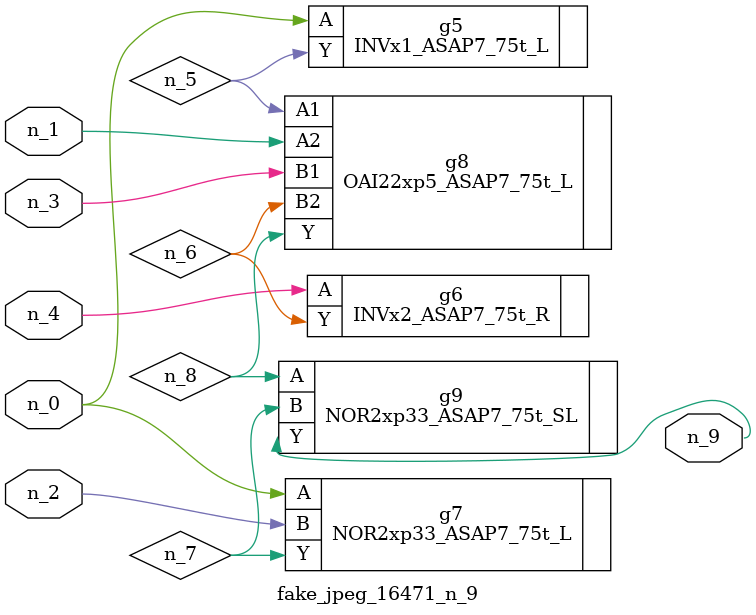
<source format=v>
module fake_jpeg_16471_n_9 (n_3, n_2, n_1, n_0, n_4, n_9);

input n_3;
input n_2;
input n_1;
input n_0;
input n_4;

output n_9;

wire n_8;
wire n_6;
wire n_5;
wire n_7;

INVx1_ASAP7_75t_L g5 ( 
.A(n_0),
.Y(n_5)
);

INVx2_ASAP7_75t_R g6 ( 
.A(n_4),
.Y(n_6)
);

NOR2xp33_ASAP7_75t_L g7 ( 
.A(n_0),
.B(n_2),
.Y(n_7)
);

OAI22xp5_ASAP7_75t_L g8 ( 
.A1(n_5),
.A2(n_1),
.B1(n_3),
.B2(n_6),
.Y(n_8)
);

NOR2xp33_ASAP7_75t_SL g9 ( 
.A(n_8),
.B(n_7),
.Y(n_9)
);


endmodule
</source>
